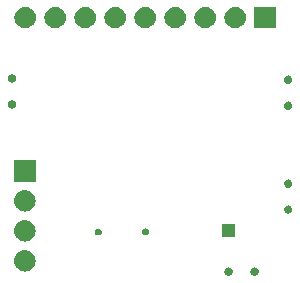
<source format=gbr>
G04 #@! TF.GenerationSoftware,KiCad,Pcbnew,5.0.1*
G04 #@! TF.CreationDate,2019-03-06T14:29:28-06:00*
G04 #@! TF.ProjectId,CH552Devboard,4348353532446576626F6172642E6B69,rev?*
G04 #@! TF.SameCoordinates,Original*
G04 #@! TF.FileFunction,Soldermask,Bot*
G04 #@! TF.FilePolarity,Negative*
%FSLAX46Y46*%
G04 Gerber Fmt 4.6, Leading zero omitted, Abs format (unit mm)*
G04 Created by KiCad (PCBNEW 5.0.1) date Wed 06 Mar 2019 02:29:28 PM CST*
%MOMM*%
%LPD*%
G01*
G04 APERTURE LIST*
%ADD10C,0.100000*%
G04 APERTURE END LIST*
D10*
G36*
X177752383Y-121162489D02*
X177816261Y-121188948D01*
X177873750Y-121227361D01*
X177922639Y-121276250D01*
X177961052Y-121333739D01*
X177987511Y-121397617D01*
X178001000Y-121465430D01*
X178001000Y-121534570D01*
X177987511Y-121602383D01*
X177961052Y-121666261D01*
X177922639Y-121723750D01*
X177873750Y-121772639D01*
X177816261Y-121811052D01*
X177752383Y-121837511D01*
X177684570Y-121851000D01*
X177615430Y-121851000D01*
X177547617Y-121837511D01*
X177483739Y-121811052D01*
X177426250Y-121772639D01*
X177377361Y-121723750D01*
X177338948Y-121666261D01*
X177312489Y-121602383D01*
X177299000Y-121534570D01*
X177299000Y-121465430D01*
X177312489Y-121397617D01*
X177338948Y-121333739D01*
X177377361Y-121276250D01*
X177426250Y-121227361D01*
X177483739Y-121188948D01*
X177547617Y-121162489D01*
X177615430Y-121149000D01*
X177684570Y-121149000D01*
X177752383Y-121162489D01*
X177752383Y-121162489D01*
G37*
G36*
X175552383Y-121162489D02*
X175616261Y-121188948D01*
X175673750Y-121227361D01*
X175722639Y-121276250D01*
X175761052Y-121333739D01*
X175787511Y-121397617D01*
X175801000Y-121465430D01*
X175801000Y-121534570D01*
X175787511Y-121602383D01*
X175761052Y-121666261D01*
X175722639Y-121723750D01*
X175673750Y-121772639D01*
X175616261Y-121811052D01*
X175552383Y-121837511D01*
X175484570Y-121851000D01*
X175415430Y-121851000D01*
X175347617Y-121837511D01*
X175283739Y-121811052D01*
X175226250Y-121772639D01*
X175177361Y-121723750D01*
X175138948Y-121666261D01*
X175112489Y-121602383D01*
X175099000Y-121534570D01*
X175099000Y-121465430D01*
X175112489Y-121397617D01*
X175138948Y-121333739D01*
X175177361Y-121276250D01*
X175226250Y-121227361D01*
X175283739Y-121188948D01*
X175347617Y-121162489D01*
X175415430Y-121149000D01*
X175484570Y-121149000D01*
X175552383Y-121162489D01*
X175552383Y-121162489D01*
G37*
G36*
X158310443Y-119705519D02*
X158376627Y-119712037D01*
X158489853Y-119746384D01*
X158546467Y-119763557D01*
X158685087Y-119837652D01*
X158702991Y-119847222D01*
X158738729Y-119876552D01*
X158840186Y-119959814D01*
X158923448Y-120061271D01*
X158952778Y-120097009D01*
X158952779Y-120097011D01*
X159036443Y-120253533D01*
X159036443Y-120253534D01*
X159087963Y-120423373D01*
X159105359Y-120600000D01*
X159087963Y-120776627D01*
X159053616Y-120889853D01*
X159036443Y-120946467D01*
X158962348Y-121085087D01*
X158952778Y-121102991D01*
X158923448Y-121138729D01*
X158840186Y-121240186D01*
X158738729Y-121323448D01*
X158702991Y-121352778D01*
X158702989Y-121352779D01*
X158546467Y-121436443D01*
X158489853Y-121453616D01*
X158376627Y-121487963D01*
X158310442Y-121494482D01*
X158244260Y-121501000D01*
X158155740Y-121501000D01*
X158089558Y-121494482D01*
X158023373Y-121487963D01*
X157910147Y-121453616D01*
X157853533Y-121436443D01*
X157697011Y-121352779D01*
X157697009Y-121352778D01*
X157661271Y-121323448D01*
X157559814Y-121240186D01*
X157476552Y-121138729D01*
X157447222Y-121102991D01*
X157437652Y-121085087D01*
X157363557Y-120946467D01*
X157346384Y-120889853D01*
X157312037Y-120776627D01*
X157294641Y-120600000D01*
X157312037Y-120423373D01*
X157363557Y-120253534D01*
X157363557Y-120253533D01*
X157447221Y-120097011D01*
X157447222Y-120097009D01*
X157476552Y-120061271D01*
X157559814Y-119959814D01*
X157661271Y-119876552D01*
X157697009Y-119847222D01*
X157714913Y-119837652D01*
X157853533Y-119763557D01*
X157910147Y-119746384D01*
X158023373Y-119712037D01*
X158089557Y-119705519D01*
X158155740Y-119699000D01*
X158244260Y-119699000D01*
X158310443Y-119705519D01*
X158310443Y-119705519D01*
G37*
G36*
X158310442Y-117165518D02*
X158376627Y-117172037D01*
X158489853Y-117206384D01*
X158546467Y-117223557D01*
X158685087Y-117297652D01*
X158702991Y-117307222D01*
X158738729Y-117336552D01*
X158840186Y-117419814D01*
X158923448Y-117521271D01*
X158952778Y-117557009D01*
X158952779Y-117557011D01*
X159036443Y-117713533D01*
X159036443Y-117713534D01*
X159087963Y-117883373D01*
X159105359Y-118060000D01*
X159087963Y-118236627D01*
X159070990Y-118292578D01*
X159036443Y-118406467D01*
X159018822Y-118439433D01*
X158952778Y-118562991D01*
X158923448Y-118598729D01*
X158840186Y-118700186D01*
X158738729Y-118783448D01*
X158702991Y-118812778D01*
X158702989Y-118812779D01*
X158546467Y-118896443D01*
X158489853Y-118913616D01*
X158376627Y-118947963D01*
X158310443Y-118954481D01*
X158244260Y-118961000D01*
X158155740Y-118961000D01*
X158089557Y-118954481D01*
X158023373Y-118947963D01*
X157910147Y-118913616D01*
X157853533Y-118896443D01*
X157697011Y-118812779D01*
X157697009Y-118812778D01*
X157661271Y-118783448D01*
X157559814Y-118700186D01*
X157476552Y-118598729D01*
X157447222Y-118562991D01*
X157381178Y-118439433D01*
X157363557Y-118406467D01*
X157329010Y-118292578D01*
X157312037Y-118236627D01*
X157294641Y-118060000D01*
X157312037Y-117883373D01*
X157363557Y-117713534D01*
X157363557Y-117713533D01*
X157447221Y-117557011D01*
X157447222Y-117557009D01*
X157476552Y-117521271D01*
X157559814Y-117419814D01*
X157661271Y-117336552D01*
X157697009Y-117307222D01*
X157714913Y-117297652D01*
X157853533Y-117223557D01*
X157910147Y-117206384D01*
X158023373Y-117172037D01*
X158089558Y-117165518D01*
X158155740Y-117159000D01*
X158244260Y-117159000D01*
X158310442Y-117165518D01*
X158310442Y-117165518D01*
G37*
G36*
X175951000Y-118551000D02*
X174849000Y-118551000D01*
X174849000Y-117449000D01*
X175951000Y-117449000D01*
X175951000Y-118551000D01*
X175951000Y-118551000D01*
G37*
G36*
X168487796Y-117860567D02*
X168542578Y-117883258D01*
X168591879Y-117916200D01*
X168633800Y-117958121D01*
X168666742Y-118007422D01*
X168689433Y-118062204D01*
X168701000Y-118120353D01*
X168701000Y-118179647D01*
X168689433Y-118237796D01*
X168666742Y-118292578D01*
X168633800Y-118341879D01*
X168591879Y-118383800D01*
X168542578Y-118416742D01*
X168487796Y-118439433D01*
X168429647Y-118451000D01*
X168370353Y-118451000D01*
X168312204Y-118439433D01*
X168257422Y-118416742D01*
X168208121Y-118383800D01*
X168166200Y-118341879D01*
X168133258Y-118292578D01*
X168110567Y-118237796D01*
X168099000Y-118179647D01*
X168099000Y-118120353D01*
X168110567Y-118062204D01*
X168133258Y-118007422D01*
X168166200Y-117958121D01*
X168208121Y-117916200D01*
X168257422Y-117883258D01*
X168312204Y-117860567D01*
X168370353Y-117849000D01*
X168429647Y-117849000D01*
X168487796Y-117860567D01*
X168487796Y-117860567D01*
G37*
G36*
X164487796Y-117860567D02*
X164542578Y-117883258D01*
X164591879Y-117916200D01*
X164633800Y-117958121D01*
X164666742Y-118007422D01*
X164689433Y-118062204D01*
X164701000Y-118120353D01*
X164701000Y-118179647D01*
X164689433Y-118237796D01*
X164666742Y-118292578D01*
X164633800Y-118341879D01*
X164591879Y-118383800D01*
X164542578Y-118416742D01*
X164487796Y-118439433D01*
X164429647Y-118451000D01*
X164370353Y-118451000D01*
X164312204Y-118439433D01*
X164257422Y-118416742D01*
X164208121Y-118383800D01*
X164166200Y-118341879D01*
X164133258Y-118292578D01*
X164110567Y-118237796D01*
X164099000Y-118179647D01*
X164099000Y-118120353D01*
X164110567Y-118062204D01*
X164133258Y-118007422D01*
X164166200Y-117958121D01*
X164208121Y-117916200D01*
X164257422Y-117883258D01*
X164312204Y-117860567D01*
X164370353Y-117849000D01*
X164429647Y-117849000D01*
X164487796Y-117860567D01*
X164487796Y-117860567D01*
G37*
G36*
X180602383Y-115912489D02*
X180666261Y-115938948D01*
X180723750Y-115977361D01*
X180772639Y-116026250D01*
X180811052Y-116083739D01*
X180837511Y-116147617D01*
X180851000Y-116215430D01*
X180851000Y-116284570D01*
X180837511Y-116352383D01*
X180811052Y-116416261D01*
X180772639Y-116473750D01*
X180723750Y-116522639D01*
X180666261Y-116561052D01*
X180602383Y-116587511D01*
X180534570Y-116601000D01*
X180465430Y-116601000D01*
X180397617Y-116587511D01*
X180333739Y-116561052D01*
X180276250Y-116522639D01*
X180227361Y-116473750D01*
X180188948Y-116416261D01*
X180162489Y-116352383D01*
X180149000Y-116284570D01*
X180149000Y-116215430D01*
X180162489Y-116147617D01*
X180188948Y-116083739D01*
X180227361Y-116026250D01*
X180276250Y-115977361D01*
X180333739Y-115938948D01*
X180397617Y-115912489D01*
X180465430Y-115899000D01*
X180534570Y-115899000D01*
X180602383Y-115912489D01*
X180602383Y-115912489D01*
G37*
G36*
X158310442Y-114625518D02*
X158376627Y-114632037D01*
X158489853Y-114666384D01*
X158546467Y-114683557D01*
X158685087Y-114757652D01*
X158702991Y-114767222D01*
X158738729Y-114796552D01*
X158840186Y-114879814D01*
X158923448Y-114981271D01*
X158952778Y-115017009D01*
X158952779Y-115017011D01*
X159036443Y-115173533D01*
X159036443Y-115173534D01*
X159087963Y-115343373D01*
X159105359Y-115520000D01*
X159087963Y-115696627D01*
X159053616Y-115809853D01*
X159036443Y-115866467D01*
X158977168Y-115977361D01*
X158952778Y-116022991D01*
X158923448Y-116058729D01*
X158840186Y-116160186D01*
X158738729Y-116243448D01*
X158702991Y-116272778D01*
X158702989Y-116272779D01*
X158546467Y-116356443D01*
X158489853Y-116373616D01*
X158376627Y-116407963D01*
X158310442Y-116414482D01*
X158244260Y-116421000D01*
X158155740Y-116421000D01*
X158089558Y-116414482D01*
X158023373Y-116407963D01*
X157910147Y-116373616D01*
X157853533Y-116356443D01*
X157697011Y-116272779D01*
X157697009Y-116272778D01*
X157661271Y-116243448D01*
X157559814Y-116160186D01*
X157476552Y-116058729D01*
X157447222Y-116022991D01*
X157422832Y-115977361D01*
X157363557Y-115866467D01*
X157346384Y-115809853D01*
X157312037Y-115696627D01*
X157294641Y-115520000D01*
X157312037Y-115343373D01*
X157363557Y-115173534D01*
X157363557Y-115173533D01*
X157447221Y-115017011D01*
X157447222Y-115017009D01*
X157476552Y-114981271D01*
X157559814Y-114879814D01*
X157661271Y-114796552D01*
X157697009Y-114767222D01*
X157714913Y-114757652D01*
X157853533Y-114683557D01*
X157910147Y-114666384D01*
X158023373Y-114632037D01*
X158089558Y-114625518D01*
X158155740Y-114619000D01*
X158244260Y-114619000D01*
X158310442Y-114625518D01*
X158310442Y-114625518D01*
G37*
G36*
X180602383Y-113712489D02*
X180666261Y-113738948D01*
X180723750Y-113777361D01*
X180772639Y-113826250D01*
X180811052Y-113883739D01*
X180837511Y-113947617D01*
X180851000Y-114015430D01*
X180851000Y-114084570D01*
X180837511Y-114152383D01*
X180811052Y-114216261D01*
X180772639Y-114273750D01*
X180723750Y-114322639D01*
X180666261Y-114361052D01*
X180602383Y-114387511D01*
X180534570Y-114401000D01*
X180465430Y-114401000D01*
X180397617Y-114387511D01*
X180333739Y-114361052D01*
X180276250Y-114322639D01*
X180227361Y-114273750D01*
X180188948Y-114216261D01*
X180162489Y-114152383D01*
X180149000Y-114084570D01*
X180149000Y-114015430D01*
X180162489Y-113947617D01*
X180188948Y-113883739D01*
X180227361Y-113826250D01*
X180276250Y-113777361D01*
X180333739Y-113738948D01*
X180397617Y-113712489D01*
X180465430Y-113699000D01*
X180534570Y-113699000D01*
X180602383Y-113712489D01*
X180602383Y-113712489D01*
G37*
G36*
X159101000Y-113881000D02*
X157299000Y-113881000D01*
X157299000Y-112079000D01*
X159101000Y-112079000D01*
X159101000Y-113881000D01*
X159101000Y-113881000D01*
G37*
G36*
X180602383Y-107112489D02*
X180666261Y-107138948D01*
X180723750Y-107177361D01*
X180772639Y-107226250D01*
X180811052Y-107283739D01*
X180837511Y-107347617D01*
X180851000Y-107415430D01*
X180851000Y-107484570D01*
X180837511Y-107552383D01*
X180811052Y-107616261D01*
X180772639Y-107673750D01*
X180723750Y-107722639D01*
X180666261Y-107761052D01*
X180602383Y-107787511D01*
X180534570Y-107801000D01*
X180465430Y-107801000D01*
X180397617Y-107787511D01*
X180333739Y-107761052D01*
X180276250Y-107722639D01*
X180227361Y-107673750D01*
X180188948Y-107616261D01*
X180162489Y-107552383D01*
X180149000Y-107484570D01*
X180149000Y-107415430D01*
X180162489Y-107347617D01*
X180188948Y-107283739D01*
X180227361Y-107226250D01*
X180276250Y-107177361D01*
X180333739Y-107138948D01*
X180397617Y-107112489D01*
X180465430Y-107099000D01*
X180534570Y-107099000D01*
X180602383Y-107112489D01*
X180602383Y-107112489D01*
G37*
G36*
X157202383Y-107012489D02*
X157266261Y-107038948D01*
X157323750Y-107077361D01*
X157372639Y-107126250D01*
X157411052Y-107183739D01*
X157437511Y-107247617D01*
X157451000Y-107315430D01*
X157451000Y-107384570D01*
X157437511Y-107452383D01*
X157411052Y-107516261D01*
X157372639Y-107573750D01*
X157323750Y-107622639D01*
X157266261Y-107661052D01*
X157202383Y-107687511D01*
X157134570Y-107701000D01*
X157065430Y-107701000D01*
X156997617Y-107687511D01*
X156933739Y-107661052D01*
X156876250Y-107622639D01*
X156827361Y-107573750D01*
X156788948Y-107516261D01*
X156762489Y-107452383D01*
X156749000Y-107384570D01*
X156749000Y-107315430D01*
X156762489Y-107247617D01*
X156788948Y-107183739D01*
X156827361Y-107126250D01*
X156876250Y-107077361D01*
X156933739Y-107038948D01*
X156997617Y-107012489D01*
X157065430Y-106999000D01*
X157134570Y-106999000D01*
X157202383Y-107012489D01*
X157202383Y-107012489D01*
G37*
G36*
X180602383Y-104912489D02*
X180666261Y-104938948D01*
X180723750Y-104977361D01*
X180772639Y-105026250D01*
X180811052Y-105083739D01*
X180837511Y-105147617D01*
X180851000Y-105215430D01*
X180851000Y-105284570D01*
X180837511Y-105352383D01*
X180811052Y-105416261D01*
X180772639Y-105473750D01*
X180723750Y-105522639D01*
X180666261Y-105561052D01*
X180602383Y-105587511D01*
X180534570Y-105601000D01*
X180465430Y-105601000D01*
X180397617Y-105587511D01*
X180333739Y-105561052D01*
X180276250Y-105522639D01*
X180227361Y-105473750D01*
X180188948Y-105416261D01*
X180162489Y-105352383D01*
X180149000Y-105284570D01*
X180149000Y-105215430D01*
X180162489Y-105147617D01*
X180188948Y-105083739D01*
X180227361Y-105026250D01*
X180276250Y-104977361D01*
X180333739Y-104938948D01*
X180397617Y-104912489D01*
X180465430Y-104899000D01*
X180534570Y-104899000D01*
X180602383Y-104912489D01*
X180602383Y-104912489D01*
G37*
G36*
X157202383Y-104812489D02*
X157266261Y-104838948D01*
X157323750Y-104877361D01*
X157372639Y-104926250D01*
X157411052Y-104983739D01*
X157437511Y-105047617D01*
X157451000Y-105115430D01*
X157451000Y-105184570D01*
X157437511Y-105252383D01*
X157411052Y-105316261D01*
X157372639Y-105373750D01*
X157323750Y-105422639D01*
X157266261Y-105461052D01*
X157202383Y-105487511D01*
X157134570Y-105501000D01*
X157065430Y-105501000D01*
X156997617Y-105487511D01*
X156933739Y-105461052D01*
X156876250Y-105422639D01*
X156827361Y-105373750D01*
X156788948Y-105316261D01*
X156762489Y-105252383D01*
X156749000Y-105184570D01*
X156749000Y-105115430D01*
X156762489Y-105047617D01*
X156788948Y-104983739D01*
X156827361Y-104926250D01*
X156876250Y-104877361D01*
X156933739Y-104838948D01*
X156997617Y-104812489D01*
X157065430Y-104799000D01*
X157134570Y-104799000D01*
X157202383Y-104812489D01*
X157202383Y-104812489D01*
G37*
G36*
X176110442Y-99105518D02*
X176176627Y-99112037D01*
X176289853Y-99146384D01*
X176346467Y-99163557D01*
X176485087Y-99237652D01*
X176502991Y-99247222D01*
X176538729Y-99276552D01*
X176640186Y-99359814D01*
X176723448Y-99461271D01*
X176752778Y-99497009D01*
X176752779Y-99497011D01*
X176836443Y-99653533D01*
X176836443Y-99653534D01*
X176887963Y-99823373D01*
X176905359Y-100000000D01*
X176887963Y-100176627D01*
X176853616Y-100289853D01*
X176836443Y-100346467D01*
X176762348Y-100485087D01*
X176752778Y-100502991D01*
X176723448Y-100538729D01*
X176640186Y-100640186D01*
X176538729Y-100723448D01*
X176502991Y-100752778D01*
X176502989Y-100752779D01*
X176346467Y-100836443D01*
X176289853Y-100853616D01*
X176176627Y-100887963D01*
X176110443Y-100894481D01*
X176044260Y-100901000D01*
X175955740Y-100901000D01*
X175889557Y-100894481D01*
X175823373Y-100887963D01*
X175710147Y-100853616D01*
X175653533Y-100836443D01*
X175497011Y-100752779D01*
X175497009Y-100752778D01*
X175461271Y-100723448D01*
X175359814Y-100640186D01*
X175276552Y-100538729D01*
X175247222Y-100502991D01*
X175237652Y-100485087D01*
X175163557Y-100346467D01*
X175146384Y-100289853D01*
X175112037Y-100176627D01*
X175094641Y-100000000D01*
X175112037Y-99823373D01*
X175163557Y-99653534D01*
X175163557Y-99653533D01*
X175247221Y-99497011D01*
X175247222Y-99497009D01*
X175276552Y-99461271D01*
X175359814Y-99359814D01*
X175461271Y-99276552D01*
X175497009Y-99247222D01*
X175514913Y-99237652D01*
X175653533Y-99163557D01*
X175710147Y-99146384D01*
X175823373Y-99112037D01*
X175889558Y-99105518D01*
X175955740Y-99099000D01*
X176044260Y-99099000D01*
X176110442Y-99105518D01*
X176110442Y-99105518D01*
G37*
G36*
X158330442Y-99105518D02*
X158396627Y-99112037D01*
X158509853Y-99146384D01*
X158566467Y-99163557D01*
X158705087Y-99237652D01*
X158722991Y-99247222D01*
X158758729Y-99276552D01*
X158860186Y-99359814D01*
X158943448Y-99461271D01*
X158972778Y-99497009D01*
X158972779Y-99497011D01*
X159056443Y-99653533D01*
X159056443Y-99653534D01*
X159107963Y-99823373D01*
X159125359Y-100000000D01*
X159107963Y-100176627D01*
X159073616Y-100289853D01*
X159056443Y-100346467D01*
X158982348Y-100485087D01*
X158972778Y-100502991D01*
X158943448Y-100538729D01*
X158860186Y-100640186D01*
X158758729Y-100723448D01*
X158722991Y-100752778D01*
X158722989Y-100752779D01*
X158566467Y-100836443D01*
X158509853Y-100853616D01*
X158396627Y-100887963D01*
X158330443Y-100894481D01*
X158264260Y-100901000D01*
X158175740Y-100901000D01*
X158109557Y-100894481D01*
X158043373Y-100887963D01*
X157930147Y-100853616D01*
X157873533Y-100836443D01*
X157717011Y-100752779D01*
X157717009Y-100752778D01*
X157681271Y-100723448D01*
X157579814Y-100640186D01*
X157496552Y-100538729D01*
X157467222Y-100502991D01*
X157457652Y-100485087D01*
X157383557Y-100346467D01*
X157366384Y-100289853D01*
X157332037Y-100176627D01*
X157314641Y-100000000D01*
X157332037Y-99823373D01*
X157383557Y-99653534D01*
X157383557Y-99653533D01*
X157467221Y-99497011D01*
X157467222Y-99497009D01*
X157496552Y-99461271D01*
X157579814Y-99359814D01*
X157681271Y-99276552D01*
X157717009Y-99247222D01*
X157734913Y-99237652D01*
X157873533Y-99163557D01*
X157930147Y-99146384D01*
X158043373Y-99112037D01*
X158109558Y-99105518D01*
X158175740Y-99099000D01*
X158264260Y-99099000D01*
X158330442Y-99105518D01*
X158330442Y-99105518D01*
G37*
G36*
X173570442Y-99105518D02*
X173636627Y-99112037D01*
X173749853Y-99146384D01*
X173806467Y-99163557D01*
X173945087Y-99237652D01*
X173962991Y-99247222D01*
X173998729Y-99276552D01*
X174100186Y-99359814D01*
X174183448Y-99461271D01*
X174212778Y-99497009D01*
X174212779Y-99497011D01*
X174296443Y-99653533D01*
X174296443Y-99653534D01*
X174347963Y-99823373D01*
X174365359Y-100000000D01*
X174347963Y-100176627D01*
X174313616Y-100289853D01*
X174296443Y-100346467D01*
X174222348Y-100485087D01*
X174212778Y-100502991D01*
X174183448Y-100538729D01*
X174100186Y-100640186D01*
X173998729Y-100723448D01*
X173962991Y-100752778D01*
X173962989Y-100752779D01*
X173806467Y-100836443D01*
X173749853Y-100853616D01*
X173636627Y-100887963D01*
X173570443Y-100894481D01*
X173504260Y-100901000D01*
X173415740Y-100901000D01*
X173349557Y-100894481D01*
X173283373Y-100887963D01*
X173170147Y-100853616D01*
X173113533Y-100836443D01*
X172957011Y-100752779D01*
X172957009Y-100752778D01*
X172921271Y-100723448D01*
X172819814Y-100640186D01*
X172736552Y-100538729D01*
X172707222Y-100502991D01*
X172697652Y-100485087D01*
X172623557Y-100346467D01*
X172606384Y-100289853D01*
X172572037Y-100176627D01*
X172554641Y-100000000D01*
X172572037Y-99823373D01*
X172623557Y-99653534D01*
X172623557Y-99653533D01*
X172707221Y-99497011D01*
X172707222Y-99497009D01*
X172736552Y-99461271D01*
X172819814Y-99359814D01*
X172921271Y-99276552D01*
X172957009Y-99247222D01*
X172974913Y-99237652D01*
X173113533Y-99163557D01*
X173170147Y-99146384D01*
X173283373Y-99112037D01*
X173349558Y-99105518D01*
X173415740Y-99099000D01*
X173504260Y-99099000D01*
X173570442Y-99105518D01*
X173570442Y-99105518D01*
G37*
G36*
X171030442Y-99105518D02*
X171096627Y-99112037D01*
X171209853Y-99146384D01*
X171266467Y-99163557D01*
X171405087Y-99237652D01*
X171422991Y-99247222D01*
X171458729Y-99276552D01*
X171560186Y-99359814D01*
X171643448Y-99461271D01*
X171672778Y-99497009D01*
X171672779Y-99497011D01*
X171756443Y-99653533D01*
X171756443Y-99653534D01*
X171807963Y-99823373D01*
X171825359Y-100000000D01*
X171807963Y-100176627D01*
X171773616Y-100289853D01*
X171756443Y-100346467D01*
X171682348Y-100485087D01*
X171672778Y-100502991D01*
X171643448Y-100538729D01*
X171560186Y-100640186D01*
X171458729Y-100723448D01*
X171422991Y-100752778D01*
X171422989Y-100752779D01*
X171266467Y-100836443D01*
X171209853Y-100853616D01*
X171096627Y-100887963D01*
X171030443Y-100894481D01*
X170964260Y-100901000D01*
X170875740Y-100901000D01*
X170809557Y-100894481D01*
X170743373Y-100887963D01*
X170630147Y-100853616D01*
X170573533Y-100836443D01*
X170417011Y-100752779D01*
X170417009Y-100752778D01*
X170381271Y-100723448D01*
X170279814Y-100640186D01*
X170196552Y-100538729D01*
X170167222Y-100502991D01*
X170157652Y-100485087D01*
X170083557Y-100346467D01*
X170066384Y-100289853D01*
X170032037Y-100176627D01*
X170014641Y-100000000D01*
X170032037Y-99823373D01*
X170083557Y-99653534D01*
X170083557Y-99653533D01*
X170167221Y-99497011D01*
X170167222Y-99497009D01*
X170196552Y-99461271D01*
X170279814Y-99359814D01*
X170381271Y-99276552D01*
X170417009Y-99247222D01*
X170434913Y-99237652D01*
X170573533Y-99163557D01*
X170630147Y-99146384D01*
X170743373Y-99112037D01*
X170809558Y-99105518D01*
X170875740Y-99099000D01*
X170964260Y-99099000D01*
X171030442Y-99105518D01*
X171030442Y-99105518D01*
G37*
G36*
X168490442Y-99105518D02*
X168556627Y-99112037D01*
X168669853Y-99146384D01*
X168726467Y-99163557D01*
X168865087Y-99237652D01*
X168882991Y-99247222D01*
X168918729Y-99276552D01*
X169020186Y-99359814D01*
X169103448Y-99461271D01*
X169132778Y-99497009D01*
X169132779Y-99497011D01*
X169216443Y-99653533D01*
X169216443Y-99653534D01*
X169267963Y-99823373D01*
X169285359Y-100000000D01*
X169267963Y-100176627D01*
X169233616Y-100289853D01*
X169216443Y-100346467D01*
X169142348Y-100485087D01*
X169132778Y-100502991D01*
X169103448Y-100538729D01*
X169020186Y-100640186D01*
X168918729Y-100723448D01*
X168882991Y-100752778D01*
X168882989Y-100752779D01*
X168726467Y-100836443D01*
X168669853Y-100853616D01*
X168556627Y-100887963D01*
X168490443Y-100894481D01*
X168424260Y-100901000D01*
X168335740Y-100901000D01*
X168269557Y-100894481D01*
X168203373Y-100887963D01*
X168090147Y-100853616D01*
X168033533Y-100836443D01*
X167877011Y-100752779D01*
X167877009Y-100752778D01*
X167841271Y-100723448D01*
X167739814Y-100640186D01*
X167656552Y-100538729D01*
X167627222Y-100502991D01*
X167617652Y-100485087D01*
X167543557Y-100346467D01*
X167526384Y-100289853D01*
X167492037Y-100176627D01*
X167474641Y-100000000D01*
X167492037Y-99823373D01*
X167543557Y-99653534D01*
X167543557Y-99653533D01*
X167627221Y-99497011D01*
X167627222Y-99497009D01*
X167656552Y-99461271D01*
X167739814Y-99359814D01*
X167841271Y-99276552D01*
X167877009Y-99247222D01*
X167894913Y-99237652D01*
X168033533Y-99163557D01*
X168090147Y-99146384D01*
X168203373Y-99112037D01*
X168269558Y-99105518D01*
X168335740Y-99099000D01*
X168424260Y-99099000D01*
X168490442Y-99105518D01*
X168490442Y-99105518D01*
G37*
G36*
X165950442Y-99105518D02*
X166016627Y-99112037D01*
X166129853Y-99146384D01*
X166186467Y-99163557D01*
X166325087Y-99237652D01*
X166342991Y-99247222D01*
X166378729Y-99276552D01*
X166480186Y-99359814D01*
X166563448Y-99461271D01*
X166592778Y-99497009D01*
X166592779Y-99497011D01*
X166676443Y-99653533D01*
X166676443Y-99653534D01*
X166727963Y-99823373D01*
X166745359Y-100000000D01*
X166727963Y-100176627D01*
X166693616Y-100289853D01*
X166676443Y-100346467D01*
X166602348Y-100485087D01*
X166592778Y-100502991D01*
X166563448Y-100538729D01*
X166480186Y-100640186D01*
X166378729Y-100723448D01*
X166342991Y-100752778D01*
X166342989Y-100752779D01*
X166186467Y-100836443D01*
X166129853Y-100853616D01*
X166016627Y-100887963D01*
X165950443Y-100894481D01*
X165884260Y-100901000D01*
X165795740Y-100901000D01*
X165729557Y-100894481D01*
X165663373Y-100887963D01*
X165550147Y-100853616D01*
X165493533Y-100836443D01*
X165337011Y-100752779D01*
X165337009Y-100752778D01*
X165301271Y-100723448D01*
X165199814Y-100640186D01*
X165116552Y-100538729D01*
X165087222Y-100502991D01*
X165077652Y-100485087D01*
X165003557Y-100346467D01*
X164986384Y-100289853D01*
X164952037Y-100176627D01*
X164934641Y-100000000D01*
X164952037Y-99823373D01*
X165003557Y-99653534D01*
X165003557Y-99653533D01*
X165087221Y-99497011D01*
X165087222Y-99497009D01*
X165116552Y-99461271D01*
X165199814Y-99359814D01*
X165301271Y-99276552D01*
X165337009Y-99247222D01*
X165354913Y-99237652D01*
X165493533Y-99163557D01*
X165550147Y-99146384D01*
X165663373Y-99112037D01*
X165729558Y-99105518D01*
X165795740Y-99099000D01*
X165884260Y-99099000D01*
X165950442Y-99105518D01*
X165950442Y-99105518D01*
G37*
G36*
X163410442Y-99105518D02*
X163476627Y-99112037D01*
X163589853Y-99146384D01*
X163646467Y-99163557D01*
X163785087Y-99237652D01*
X163802991Y-99247222D01*
X163838729Y-99276552D01*
X163940186Y-99359814D01*
X164023448Y-99461271D01*
X164052778Y-99497009D01*
X164052779Y-99497011D01*
X164136443Y-99653533D01*
X164136443Y-99653534D01*
X164187963Y-99823373D01*
X164205359Y-100000000D01*
X164187963Y-100176627D01*
X164153616Y-100289853D01*
X164136443Y-100346467D01*
X164062348Y-100485087D01*
X164052778Y-100502991D01*
X164023448Y-100538729D01*
X163940186Y-100640186D01*
X163838729Y-100723448D01*
X163802991Y-100752778D01*
X163802989Y-100752779D01*
X163646467Y-100836443D01*
X163589853Y-100853616D01*
X163476627Y-100887963D01*
X163410443Y-100894481D01*
X163344260Y-100901000D01*
X163255740Y-100901000D01*
X163189557Y-100894481D01*
X163123373Y-100887963D01*
X163010147Y-100853616D01*
X162953533Y-100836443D01*
X162797011Y-100752779D01*
X162797009Y-100752778D01*
X162761271Y-100723448D01*
X162659814Y-100640186D01*
X162576552Y-100538729D01*
X162547222Y-100502991D01*
X162537652Y-100485087D01*
X162463557Y-100346467D01*
X162446384Y-100289853D01*
X162412037Y-100176627D01*
X162394641Y-100000000D01*
X162412037Y-99823373D01*
X162463557Y-99653534D01*
X162463557Y-99653533D01*
X162547221Y-99497011D01*
X162547222Y-99497009D01*
X162576552Y-99461271D01*
X162659814Y-99359814D01*
X162761271Y-99276552D01*
X162797009Y-99247222D01*
X162814913Y-99237652D01*
X162953533Y-99163557D01*
X163010147Y-99146384D01*
X163123373Y-99112037D01*
X163189558Y-99105518D01*
X163255740Y-99099000D01*
X163344260Y-99099000D01*
X163410442Y-99105518D01*
X163410442Y-99105518D01*
G37*
G36*
X160870442Y-99105518D02*
X160936627Y-99112037D01*
X161049853Y-99146384D01*
X161106467Y-99163557D01*
X161245087Y-99237652D01*
X161262991Y-99247222D01*
X161298729Y-99276552D01*
X161400186Y-99359814D01*
X161483448Y-99461271D01*
X161512778Y-99497009D01*
X161512779Y-99497011D01*
X161596443Y-99653533D01*
X161596443Y-99653534D01*
X161647963Y-99823373D01*
X161665359Y-100000000D01*
X161647963Y-100176627D01*
X161613616Y-100289853D01*
X161596443Y-100346467D01*
X161522348Y-100485087D01*
X161512778Y-100502991D01*
X161483448Y-100538729D01*
X161400186Y-100640186D01*
X161298729Y-100723448D01*
X161262991Y-100752778D01*
X161262989Y-100752779D01*
X161106467Y-100836443D01*
X161049853Y-100853616D01*
X160936627Y-100887963D01*
X160870443Y-100894481D01*
X160804260Y-100901000D01*
X160715740Y-100901000D01*
X160649557Y-100894481D01*
X160583373Y-100887963D01*
X160470147Y-100853616D01*
X160413533Y-100836443D01*
X160257011Y-100752779D01*
X160257009Y-100752778D01*
X160221271Y-100723448D01*
X160119814Y-100640186D01*
X160036552Y-100538729D01*
X160007222Y-100502991D01*
X159997652Y-100485087D01*
X159923557Y-100346467D01*
X159906384Y-100289853D01*
X159872037Y-100176627D01*
X159854641Y-100000000D01*
X159872037Y-99823373D01*
X159923557Y-99653534D01*
X159923557Y-99653533D01*
X160007221Y-99497011D01*
X160007222Y-99497009D01*
X160036552Y-99461271D01*
X160119814Y-99359814D01*
X160221271Y-99276552D01*
X160257009Y-99247222D01*
X160274913Y-99237652D01*
X160413533Y-99163557D01*
X160470147Y-99146384D01*
X160583373Y-99112037D01*
X160649558Y-99105518D01*
X160715740Y-99099000D01*
X160804260Y-99099000D01*
X160870442Y-99105518D01*
X160870442Y-99105518D01*
G37*
G36*
X179441000Y-100901000D02*
X177639000Y-100901000D01*
X177639000Y-99099000D01*
X179441000Y-99099000D01*
X179441000Y-100901000D01*
X179441000Y-100901000D01*
G37*
M02*

</source>
